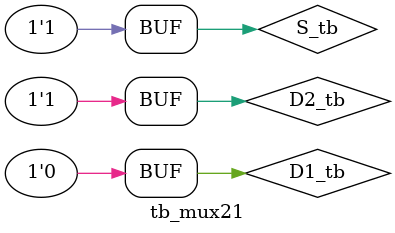
<source format=v>
`timescale 1ns / 1ps

module tb_mux21(  );

    // Define input and output ports
    reg D1_tb = 0;
    reg D2_tb = 0;
    reg S_tb = 0;
    wire Y_tb;
    
    // Port Mapping
    Mux_2_To_1 instant(.D1(D1_tb), .D2(D2_tb), .S(S_tb), .Y(Y_tb));
    
    initial 
        begin 
        // Test 1
        D1_tb = 1'b0;
        D2_tb = 1'b1;
        S_tb = 1'b0;
        #20; // Run for 20ns
        
        // Test 2 
        D1_tb = 1'b0;
        D2_tb = 1'b1;
        S_tb = 1'b1;
        #20; // Run for 20ns
        
    end 
endmodule

</source>
